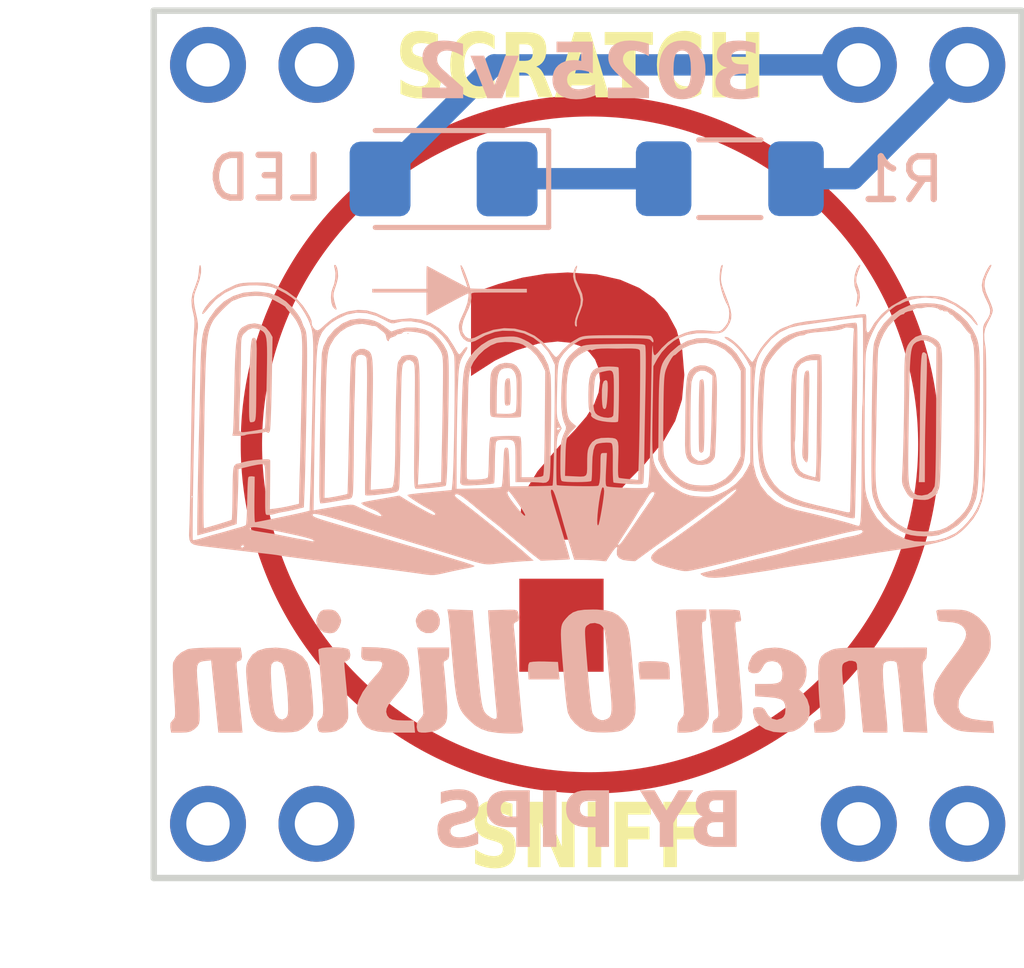
<source format=kicad_pcb>
(kicad_pcb (version 20221018) (generator pcbnew)
  (layers (0 "F.Cu" signal) (31 "B.Cu" signal) (34 "B.Paste" user) (35 "F.Paste" user) (36 "B.SilkS" user "B.Silkscreen") (37 "F.SilkS" user "F.Silkscreen") (38 "B.Mask" user) (39 "F.Mask" user) (44 "Edge.Cuts" user))
  (net 0 "")
  (net 1 "Net-(D1-K)")
  (net 2 "Net-(D1-A)")
  (net 3 "Net-(R1-Pad1)")
  (footprint "minibadge_kicad:SAINTCON-Minibadge-Simple" (layer "F.Cu") (at 134.51814 81.788)
    (fp_text reference "X1" hide)
    (fp_text value "SAINTCON-Minibadge-Simple")
    (fp_line (start 0 0) (end 0 20.32) (stroke (width 0.15)) (layer "Edge.Cuts"))
    (fp_line (start 0 20.32) (end 20.32 20.32) (stroke (width 0.15)) (layer "Edge.Cuts"))
    (fp_line (start 20.32 0) (end 0 0) (stroke (width 0.15)) (layer "Edge.Cuts"))
    (fp_line (start 20.32 20.32) (end 20.32 0) (stroke (width 0.15)) (layer "Edge.Cuts"))
    (pad "1" thru_hole circle (at 1.27 1.27 90) (size 1.778 1.778) (drill 1.016) (layers "*.Cu" "*.Mask"))
    (pad "2" thru_hole circle (at 3.81 1.27 90) (size 1.778 1.778) (drill 1.016) (layers "*.Cu" "*.Mask"))
    (pad "7" thru_hole circle (at 16.51 1.27 90) (size 1.778 1.778) (drill 1.016) (layers "*.Cu" "*.Mask") (net 2 "Net-(D1-A)"))
    (pad "8" thru_hole circle (at 19.05 1.27 90) (size 1.778 1.778) (drill 1.016) (layers "*.Cu" "*.Mask") (net 3 "Net-(R1-Pad1)"))
    (pad "9" thru_hole circle (at 1.27 19.05 90) (size 1.778 1.778) (drill 1.016) (layers "*.Cu" "*.Mask"))
    (pad "10" thru_hole circle (at 3.81 19.05 90) (size 1.778 1.778) (drill 1.016) (layers "*.Cu" "*.Mask"))
    (pad "15" thru_hole circle (at 16.51 19.05 90) (size 1.778 1.778) (drill 1.016) (layers "*.Cu" "*.Mask"))
    (pad "16" thru_hole circle (at 19.05 19.05 90) (size 1.778 1.778) (drill 1.016) (layers "*.Cu" "*.Mask"))
  )
  (footprint "LOGO" (layer "B.Cu") (at 141.406223 88.392)
    (fp_text reference "" (at 0 0) (layer "B.SilkS") (effects (font (size 1.5 1.5) (thickness 0.3)) (justify mirror)))
    (fp_text value "" hide)
  )
  (footprint "Resistor_SMD:R_1206_3216Metric_Pad1.30x1.75mm_HandSolder" (layer "B.Cu") (at 148.007376 85.725 180)
    (fp_text reference "R1" (at -4.036764 -0.019915) (layer "B.SilkS") (effects (justify mirror)))
    (fp_text value "R")
    (pad "1" smd roundrect (at -1.55 0 180) (size 1.3 1.75) (layers "B.Cu" "B.Paste" "B.Mask") (roundrect_rratio 0.1923076923) (net 3 "Net-(R1-Pad1)"))
    (pad "2" smd roundrect (at 1.55 0 180) (size 1.3 1.75) (layers "B.Cu" "B.Paste" "B.Mask") (roundrect_rratio 0.1923076923) (net 1 "Net-(D1-K)"))
  )
  (footprint "LOGO" (layer "B.Cu") (at 144.78 91.44 180)
    (fp_text reference "" (at 0 0) (layer "B.SilkS") (effects (font (size 1.5 1.5) (thickness 0.3)) (justify mirror)))
    (fp_text value "" hide)
  )
  (footprint "LED_SMD:LED_1206_3216Metric_Pad1.42x1.75mm_HandSolder" (layer "B.Cu") (at 141.30514 85.73107 180)
    (fp_text reference "LED" (at 4.164257 0.019974) (layer "B.SilkS") (effects (justify mirror)))
    (fp_text value "LED")
    (pad "1" smd roundrect (at -1.4875 0 180) (size 1.425 1.75) (layers "B.Cu" "B.Paste" "B.Mask") (roundrect_rratio 0.1754392982) (net 1 "Net-(D1-K)"))
    (pad "2" smd roundrect (at 1.4875 0 180) (size 1.425 1.75) (layers "B.Cu" "B.Paste" "B.Mask") (roundrect_rratio 0.1754392982) (net 2 "Net-(D1-A)"))
  )
  (footprint "LOGO" (layer "B.Cu") (at 144.67814 97.028 180)
    (fp_text reference "" (at 0 0) (layer "B.SilkS") (effects (font (size 1.5 1.5) (thickness 0.3)) (justify mirror)))
    (fp_text value "" hide)
  )
  (gr_circle (center 144.735186 91.948) (end 136.804206 91.980576) (stroke (width 0.5)) (fill none) (layer "F.Cu"))
  (gr_text "?" (at 144.42414 98.806) (layer "F.Cu") (effects (font (size 9 8) (thickness 0.8)) (justify bottom)))
  (gr_text "?" (at 144.67814 92.202) (layer "F.Cu") (effects (font (size 1.5 0) (thickness 0.375) bold) (justify bottom)))
  (gr_text "BY PIPS" (at 144.67814 101.6) (layer "B.SilkS") (effects (font (size 1.3 1.2) (thickness 0.3) bold) (justify bottom mirror)))
  (gr_text "3025 v2" (at 144.716246 84.059975) (layer "B.SilkS") (effects (font (size 1.3 1.3) (thickness 0.3) bold) (justify bottom mirror)))
  (gr_text "SCRATCH" (at 144.509047 84.074) (layer "F.SilkS") (effects (font (size 1.5 1.2) (thickness 0.3) bold) (justify bottom)))
  (gr_text "SNIFF" (at 144.67814 102.108) (layer "F.SilkS") (effects (font (size 1.5 1.2) (thickness 0.3) bold) (justify bottom)))
  (segment (start 146.451306 85.73107) (end 146.457376 85.725) (width 0.25) (layer "B.Cu") (net 1))
  (segment (start 146.457376 85.725) (end 142.79871 85.725) (width 0.5) (layer "B.Cu") (net 1))
  (segment (start 142.79871 85.725) (end 142.79264 85.73107) (width 0.25) (layer "B.Cu") (net 1))
  (segment (start 142.49071 83.058) (end 151.02814 83.058) (width 0.5) (layer "B.Cu") (net 2))
  (segment (start 139.81764 85.73107) (end 142.49071 83.058) (width 0.5) (layer "B.Cu") (net 2))
  (segment (start 153.56814 83.058) (end 150.90114 85.725) (width 0.5) (layer "B.Cu") (net 3))
  (segment (start 150.90114 85.725) (end 149.557376 85.725) (width 0.5) (layer "B.Cu") (net 3))
)
</source>
